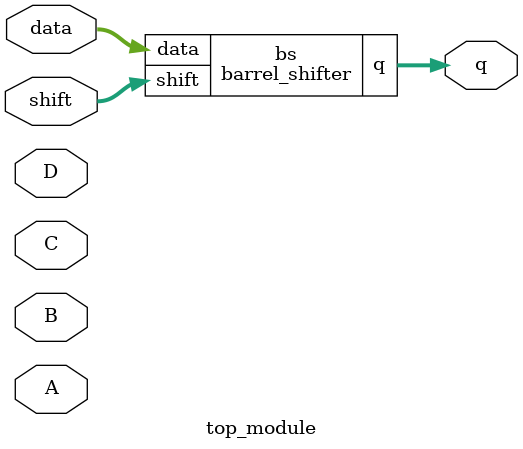
<source format=v>

module priority_encoder (
    input A, B, C, D, // Inputs for the priority encoder
    output reg [1:0] Y // 2-bit output from the priority encoder
);

always @* begin
    if ({A, B, C, D}==4'b1110) Y = 2'b11;
    else if ({A, B, C, D}==4'b1101) Y = 2'b10;
    else if ({A, B, C, D}==4'b1011) Y = 2'b01;
    else if ({A, B, C, D}==4'b0111) Y = 2'b00;
    else Y = 2'b00;
end

endmodule
module barrel_shifter (
    input [3:0] data, // 4-bit input for the barrel shifter
    input [1:0] shift, // 2-bit input for the barrel shifter
    output reg [3:0] q // 4-bit output from the barrel shifter
);

always @* begin
    case (shift)
        2'b00: q = data;
        2'b01: q = {data[3:1], data[0]};
        2'b10: q = {data[2:0], data[3]};
        2'b11: q = {data[1:0], data[3:2]};
        default: q = data;
    endcase
end

endmodule
module functional_module (
    input [1:0] Y, // 2-bit input from the priority encoder
    input [3:0] data, // 4-bit input from the barrel shifter
    output [3:0] q // 4-bit output from the functional module
);

assign q = (Y | data);

endmodule
module top_module (
    input A, B, C, D, // Inputs for the priority encoder
    input [3:0] data, // 4-bit input for the barrel shifter
    input [1:0] shift, // 2-bit input for the barrel shifter
    output [3:0] q // 4-bit output from the functional module
);

wire [1:0] Y;
priority_encoder pe(A, B, C, D, Y);
barrel_shifter bs(data, shift, q);
functional_module fm(Y, q);

endmodule
</source>
